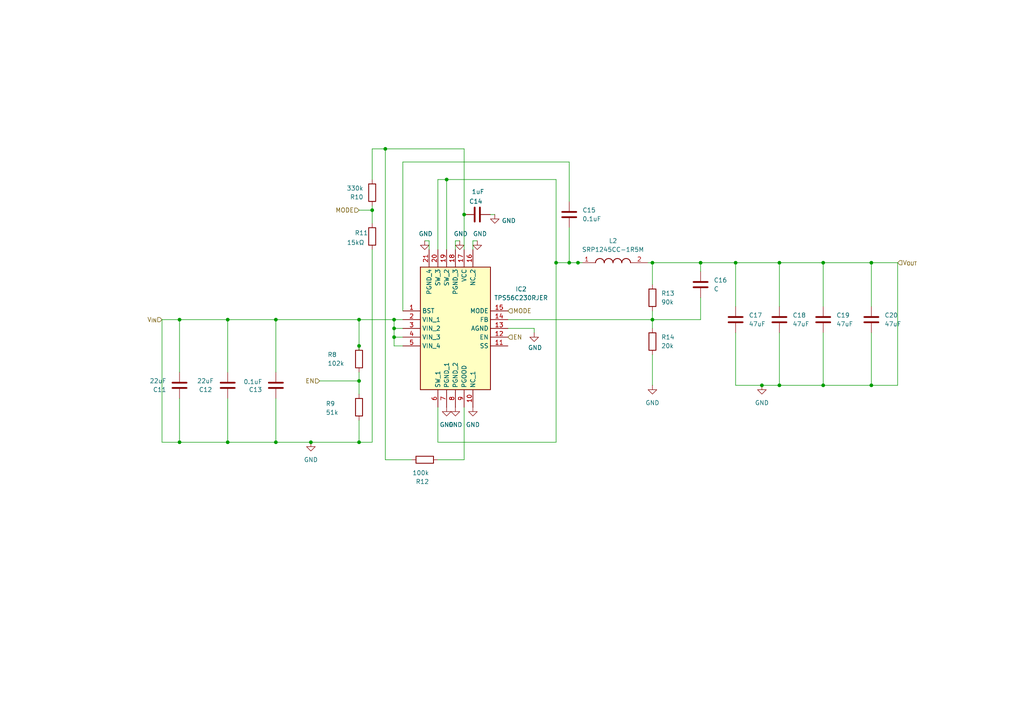
<source format=kicad_sch>
(kicad_sch (version 20240101) (generator "eeschema") (generator_version "8.99")
  (paper "A4")
  (lib_symbols
    (symbol "Device:C" (pin_numbers hide) (pin_names (offset 0.254))
      (property "Reference" "C" (at 0.635 2.54 0))
      (property "Value" "C" (at 0.635 -2.54 0))
      (symbol "C_0_1"
        (polyline (pts (xy -2.032 -0.762) (xy 2.032 -0.762)) (stroke (width 0.508)))
        (polyline (pts (xy -2.032 0.762) (xy 2.032 0.762)) (stroke (width 0.508)))
      )
      (symbol "C_1_1"
        (pin passive line (at 0 3.81 270) (length 2.794) (name "~") (number "1"))
        (pin passive line (at 0 -3.81 90) (length 2.794) (name "~") (number "2"))
      )
    )
    (symbol "Device:R" (pin_numbers hide) (pin_names (offset 0))
      (property "Reference" "R" (at 2.032 0 90))
      (property "Value" "R" (at 0 0 90))
      (symbol "R_0_1"
        (rectangle (start -1.016 -2.54) (end 1.016 2.54) (stroke (width 0.254)))
      )
      (symbol "R_1_1"
        (pin passive line (at 0 3.81 270) (length 1.27) (name "~") (number "1"))
        (pin passive line (at 0 -3.81 90) (length 1.27) (name "~") (number "2"))
      )
    )
    (symbol "SRP1245CC-1R5M:SRP1245CC-1R5M" (pin_names hide)
      (property "Reference" "L" (at 16.51 6.35 0))
      (property "Value" "SRP1245CC-1R5M" (at 16.51 3.81 0))
      (symbol "SRP1245CC-1R5M_1_1"
        (arc (start 7.62 0) (mid 6.35 1.219) (end 5.08 0) (stroke (width 0.254)))
        (arc (start 10.16 0) (mid 8.89 1.219) (end 7.62 0) (stroke (width 0.254)))
        (arc (start 12.7 0) (mid 11.43 1.219) (end 10.16 0) (stroke (width 0.254)))
        (arc (start 15.24 0) (mid 13.97 1.219) (end 12.7 0) (stroke (width 0.254)))
        (pin passive line (at 0 0 0) (length 5.08) (name "1") (number "1"))
        (pin passive line (at 20.32 0 180) (length 5.08) (name "2") (number "2"))
      )
    )
    (symbol "TPS56C230RJER:TPS56C230RJER"
      (property "Reference" "IC" (at 26.67 17.78 0))
      (property "Value" "TPS56C230RJER" (at 26.67 15.24 0))
      (symbol "TPS56C230RJER_1_1"
        (rectangle (start 5.08 12.7) (end 25.4 -22.86) (stroke (width 0.254)) (fill (type background)))
        (pin passive line (at 0 0 0) (length 5.08) (name "BST") (number "1"))
        (pin passive line (at 20.32 -27.94 90) (length 5.08) (name "NC_1") (number "10"))
        (pin passive line (at 30.48 -10.16 180) (length 5.08) (name "SS") (number "11"))
        (pin passive line (at 30.48 -7.62 180) (length 5.08) (name "EN") (number "12"))
        (pin passive line (at 30.48 -5.08 180) (length 5.08) (name "AGND") (number "13"))
        (pin passive line (at 30.48 -2.54 180) (length 5.08) (name "FB") (number "14"))
        (pin passive line (at 30.48 0 180) (length 5.08) (name "MODE") (number "15"))
        (pin passive line (at 20.32 17.78 270) (length 5.08) (name "NC_2") (number "16"))
        (pin passive line (at 17.78 17.78 270) (length 5.08) (name "VCC") (number "17"))
        (pin passive line (at 15.24 17.78 270) (length 5.08) (name "PGND_3") (number "18"))
        (pin passive line (at 12.7 17.78 270) (length 5.08) (name "SW_2") (number "19"))
        (pin passive line (at 0 -2.54 0) (length 5.08) (name "VIN_1") (number "2"))
        (pin passive line (at 10.16 17.78 270) (length 5.08) (name "SW_3") (number "20"))
        (pin passive line (at 7.62 17.78 270) (length 5.08) (name "PGND_4") (number "21"))
        (pin passive line (at 0 -5.08 0) (length 5.08) (name "VIN_2") (number "3"))
        (pin passive line (at 0 -7.62 0) (length 5.08) (name "VIN_3") (number "4"))
        (pin passive line (at 0 -10.16 0) (length 5.08) (name "VIN_4") (number "5"))
        (pin passive line (at 10.16 -27.94 90) (length 5.08) (name "SW_1") (number "6"))
        (pin passive line (at 12.7 -27.94 90) (length 5.08) (name "PGND_1") (number "7"))
        (pin passive line (at 15.24 -27.94 90) (length 5.08) (name "PGND_2") (number "8"))
        (pin passive line (at 17.78 -27.94 90) (length 5.08) (name "PGOOD") (number "9"))
      )
    )
    (symbol "power:GND" (power) (pin_numbers hide) (pin_names (offset 0) hide)
      (property "Value" "GND" (at 0 -3.81 0))
      (symbol "GND_0_1"
        (polyline (pts (xy 0 0) (xy 0 -1.27) (xy 1.27 -1.27) (xy 0 -2.54) (xy -1.27 -1.27) (xy 0 -1.27)))
      )
      (symbol "GND_1_1"
        (pin power_in line (at 0 0 270) (length 0) (name "~") (number "1"))
      )
    )
  )
  (junction (at 226.06 111.76))
  (junction (at 90.17 128.27))
  (junction (at 52.07 92.71))
  (junction (at 104.14 92.71))
  (junction (at 129.54 52.07))
  (junction (at 104.14 110.49))
  (junction (at 161.29 76.2))
  (junction (at 189.23 76.2))
  (junction (at 111.76 43.18))
  (junction (at 238.76 111.76))
  (junction (at 252.73 76.2))
  (junction (at 189.23 92.71))
  (junction (at 66.04 128.27))
  (junction (at 114.3 97.79))
  (junction (at 238.76 76.2))
  (junction (at 213.36 76.2))
  (junction (at 107.95 60.96))
  (junction (at 66.04 92.71))
  (junction (at 80.01 92.71))
  (junction (at 252.73 111.76))
  (junction (at 114.3 95.25))
  (junction (at 167.64 76.2))
  (junction (at 165.1 76.2))
  (junction (at 134.62 62.23))
  (junction (at 226.06 76.2))
  (junction (at 220.98 111.76))
  (junction (at 52.07 128.27))
  (junction (at 104.14 100.33))
  (junction (at 203.2 76.2))
  (junction (at 114.3 92.71))
  (junction (at 80.01 128.27))
  (junction (at 104.14 128.27))
  (wire (pts (xy 107.95 52.07) (xy 107.95 43.18)))
  (wire (pts (xy 213.36 76.2) (xy 226.06 76.2)))
  (wire (pts (xy 116.84 46.99) (xy 165.1 46.99)))
  (wire (pts (xy 104.14 100.33) (xy 104.14 92.71)))
  (wire (pts (xy 165.1 76.2) (xy 167.64 76.2)))
  (wire (pts (xy 114.3 92.71) (xy 114.3 95.25)))
  (wire (pts (xy 127 72.39) (xy 127 52.07)))
  (wire (pts (xy 213.36 76.2) (xy 213.36 88.9)))
  (wire (pts (xy 260.35 111.76) (xy 252.73 111.76)))
  (wire (pts (xy 189.23 92.71) (xy 203.2 92.71)))
  (wire (pts (xy 127 118.11) (xy 127 128.27)))
  (wire (pts (xy 80.01 128.27) (xy 80.01 115.57)))
  (wire (pts (xy 203.2 76.2) (xy 213.36 76.2)))
  (wire (pts (xy 46.99 128.27) (xy 52.07 128.27)))
  (wire (pts (xy 107.95 59.69) (xy 107.95 60.96)))
  (wire (pts (xy 147.32 95.25) (xy 154.94 95.25)))
  (wire (pts (xy 114.3 95.25) (xy 114.3 97.79)))
  (wire (pts (xy 127 128.27) (xy 161.29 128.27)))
  (wire (pts (xy 154.94 95.25) (xy 154.94 96.52)))
  (wire (pts (xy 46.99 92.71) (xy 46.99 128.27)))
  (wire (pts (xy 220.98 111.76) (xy 226.06 111.76)))
  (wire (pts (xy 123.19 69.85) (xy 124.46 69.85)))
  (wire (pts (xy 203.2 86.36) (xy 203.2 92.71)))
  (wire (pts (xy 111.76 43.18) (xy 134.62 43.18)))
  (wire (pts (xy 104.14 107.95) (xy 104.14 110.49)))
  (wire (pts (xy 238.76 76.2) (xy 252.73 76.2)))
  (wire (pts (xy 104.14 110.49) (xy 104.14 114.3)))
  (wire (pts (xy 114.3 95.25) (xy 116.84 95.25)))
  (wire (pts (xy 203.2 76.2) (xy 203.2 78.74)))
  (wire (pts (xy 226.06 111.76) (xy 238.76 111.76)))
  (wire (pts (xy 66.04 128.27) (xy 52.07 128.27)))
  (wire (pts (xy 187.96 76.2) (xy 189.23 76.2)))
  (wire (pts (xy 189.23 92.71) (xy 189.23 90.17)))
  (wire (pts (xy 134.62 62.23) (xy 134.62 72.39)))
  (wire (pts (xy 238.76 76.2) (xy 238.76 88.9)))
  (wire (pts (xy 66.04 128.27) (xy 80.01 128.27)))
  (wire (pts (xy 167.64 76.2) (xy 168.91 76.2)))
  (wire (pts (xy 104.14 92.71) (xy 114.3 92.71)))
  (wire (pts (xy 189.23 102.87) (xy 189.23 111.76)))
  (wire (pts (xy 66.04 128.27) (xy 66.04 115.57)))
  (wire (pts (xy 161.29 76.2) (xy 161.29 128.27)))
  (wire (pts (xy 226.06 76.2) (xy 226.06 88.9)))
  (wire (pts (xy 127 133.35) (xy 134.62 133.35)))
  (wire (pts (xy 189.23 76.2) (xy 203.2 76.2)))
  (wire (pts (xy 189.23 76.2) (xy 189.23 82.55)))
  (wire (pts (xy 107.95 72.39) (xy 107.95 128.27)))
  (wire (pts (xy 252.73 76.2) (xy 260.35 76.2)))
  (wire (pts (xy 80.01 107.95) (xy 80.01 92.71)))
  (wire (pts (xy 80.01 128.27) (xy 90.17 128.27)))
  (wire (pts (xy 213.36 96.52) (xy 213.36 111.76)))
  (wire (pts (xy 104.14 128.27) (xy 90.17 128.27)))
  (wire (pts (xy 114.3 92.71) (xy 116.84 92.71)))
  (wire (pts (xy 189.23 92.71) (xy 189.23 95.25)))
  (wire (pts (xy 114.3 100.33) (xy 116.84 100.33)))
  (wire (pts (xy 92.71 110.49) (xy 104.14 110.49)))
  (wire (pts (xy 226.06 76.2) (xy 238.76 76.2)))
  (wire (pts (xy 104.14 121.92) (xy 104.14 128.27)))
  (wire (pts (xy 132.08 69.85) (xy 132.08 72.39)))
  (wire (pts (xy 114.3 97.79) (xy 114.3 100.33)))
  (wire (pts (xy 127 52.07) (xy 129.54 52.07)))
  (wire (pts (xy 238.76 111.76) (xy 252.73 111.76)))
  (wire (pts (xy 137.16 69.85) (xy 137.16 72.39)))
  (wire (pts (xy 129.54 52.07) (xy 129.54 72.39)))
  (wire (pts (xy 147.32 92.71) (xy 189.23 92.71)))
  (wire (pts (xy 46.99 92.71) (xy 52.07 92.71)))
  (wire (pts (xy 80.01 92.71) (xy 104.14 92.71)))
  (wire (pts (xy 161.29 76.2) (xy 165.1 76.2)))
  (wire (pts (xy 111.76 133.35) (xy 119.38 133.35)))
  (wire (pts (xy 52.07 107.95) (xy 52.07 92.71)))
  (wire (pts (xy 134.62 43.18) (xy 134.62 62.23)))
  (wire (pts (xy 143.51 62.23) (xy 142.24 62.23)))
  (wire (pts (xy 104.14 60.96) (xy 107.95 60.96)))
  (wire (pts (xy 52.07 92.71) (xy 66.04 92.71)))
  (wire (pts (xy 134.62 133.35) (xy 134.62 118.11)))
  (wire (pts (xy 66.04 92.71) (xy 80.01 92.71)))
  (wire (pts (xy 116.84 46.99) (xy 116.84 90.17)))
  (wire (pts (xy 213.36 111.76) (xy 220.98 111.76)))
  (wire (pts (xy 107.95 128.27) (xy 104.14 128.27)))
  (wire (pts (xy 161.29 52.07) (xy 161.29 76.2)))
  (wire (pts (xy 114.3 97.79) (xy 116.84 97.79)))
  (wire (pts (xy 138.43 69.85) (xy 137.16 69.85)))
  (wire (pts (xy 104.14 101.6) (xy 104.14 100.33)))
  (wire (pts (xy 165.1 66.04) (xy 165.1 76.2)))
  (wire (pts (xy 165.1 46.99) (xy 165.1 58.42)))
  (wire (pts (xy 111.76 43.18) (xy 107.95 43.18)))
  (wire (pts (xy 252.73 111.76) (xy 252.73 96.52)))
  (wire (pts (xy 52.07 128.27) (xy 52.07 115.57)))
  (wire (pts (xy 260.35 76.2) (xy 260.35 111.76)))
  (wire (pts (xy 238.76 96.52) (xy 238.76 111.76)))
  (wire (pts (xy 66.04 107.95) (xy 66.04 92.71)))
  (wire (pts (xy 111.76 43.18) (xy 111.76 133.35)))
  (wire (pts (xy 107.95 60.96) (xy 107.95 64.77)))
  (wire (pts (xy 124.46 69.85) (xy 124.46 72.39)))
  (wire (pts (xy 226.06 96.52) (xy 226.06 111.76)))
  (wire (pts (xy 133.35 69.85) (xy 132.08 69.85)))
  (wire (pts (xy 129.54 52.07) (xy 161.29 52.07)))
  (wire (pts (xy 252.73 76.2) (xy 252.73 88.9)))
  (hierarchical_label "EN" (shape input) (at 92.71 110.49 180))
  (hierarchical_label "V_{OUT}" (shape input) (at 260.35 76.2 0))
  (hierarchical_label "V_{IN}" (shape input) (at 46.99 92.71 180))
  (hierarchical_label "MODE" (shape input) (at 147.32 90.17 0))
  (hierarchical_label "EN" (shape input) (at 147.32 97.79 0))
  (hierarchical_label "MODE" (shape input) (at 104.14 60.96 180))
  (symbol (lib_id "power:GND") (at 123.19 69.85 0) (unit 1)
    (property "Reference" "#PWR013" (effects (hide yes)))
    (property "Value" "GND" (at 121.412 67.818 0) (effects (justify left)))
    (property "Description" "Power symbol creates a global label with name \"GND\" , ground" (effects (hide yes)))
  )
  (symbol (lib_id "power:GND") (at 154.94 96.52 0) (unit 1)
    (property "Reference" "#PWR020" (effects (hide yes)))
    (property "Value" "GND" (at 157.226 100.838 0) (effects (justify right)))
    (property "Description" "Power symbol creates a global label with name \"GND\" , ground" (effects (hide yes)))
  )
  (symbol (lib_id "Device:C") (at 252.73 92.71 0) (unit 1)
    (property "Reference" "C20" (at 256.54 91.4399 0) (effects (justify left)))
    (property "Value" "47uF" (at 256.54 93.9799 0) (effects (justify left)))
    (property "Footprint" "Capacitor_SMD:C_0805_2012Metric" (effects (hide yes)))
    (property "Description" "Unpolarized capacitor" (effects (hide yes)))
  )
  (symbol (lib_id "power:GND") (at 143.51 62.23 0) (unit 1)
    (property "Reference" "#PWR019" (effects (hide yes)))
    (property "Value" "GND" (at 147.574 64.008 0))
    (property "Description" "Power symbol creates a global label with name \"GND\" , ground" (effects (hide yes)))
  )
  (symbol (lib_id "power:GND") (at 129.54 118.11 0) (unit 1)
    (property "Reference" "#PWR014" (effects (hide yes)))
    (property "Value" "GND" (at 129.54 123.19 0))
    (property "Description" "Power symbol creates a global label with name \"GND\" , ground" (effects (hide yes)))
  )
  (symbol (lib_id "Device:C") (at 226.06 92.71 0) (unit 1)
    (property "Reference" "C18" (at 229.87 91.4399 0) (effects (justify left)))
    (property "Value" "47uF" (at 229.87 93.9799 0) (effects (justify left)))
    (property "Footprint" "Capacitor_SMD:C_0805_2012Metric" (effects (hide yes)))
    (property "Description" "Unpolarized capacitor" (effects (hide yes)))
  )
  (symbol (lib_id "TPS56C230RJER:TPS56C230RJER") (at 116.84 90.17 0) (unit 1)
    (property "Reference" "IC2" (at 151.13 83.8514 0))
    (property "Value" "TPS56C230RJER" (at 151.13 86.3914 0))
    (property "Footprint" "QFN45P300X300X100-21N-D" (effects (hide yes)))
    (property "Datasheet" "https://www.ti.com/lit/gpn/TPS56C230" (effects (hide yes)))
    (property "Description" "Switching Voltage Regulators 4.5-V to 18-V, 12-A synchronous buck converter 20-VQFN-HR -40 to 125" (effects (hide yes)))
    (property "Height" "1" (effects (hide yes)))
    (property "Manufacturer_Name" "Texas Instruments" (effects (hide yes)))
    (property "Manufacturer_Part_Number" "TPS56C230RJER" (effects (hide yes)))
    (property "Mouser Part Number" "595-TPS56C230RJER" (effects (hide yes)))
    (property "Mouser Price/Stock" "https://www.mouser.co.uk/ProductDetail/Texas-Instruments/TPS56C230RJER?qs=B6kkDfuK7%2FDZws9l9ZFrjw%3D%3D" (effects (hide yes)))
    (property "Arrow Part Number" "TPS56C230RJER" (effects (hide yes)))
    (property "Arrow Price/Stock" "https://www.arrow.com/en/products/tps56c230rjer/texas-instruments?region=nac" (effects (hide yes)))
  )
  (symbol (lib_id "power:GND") (at 220.98 111.76 0) (unit 1)
    (property "Reference" "#PWR022" (effects (hide yes)))
    (property "Value" "GND" (at 220.98 116.84 0))
    (property "Description" "Power symbol creates a global label with name \"GND\" , ground" (effects (hide yes)))
  )
  (symbol (lib_id "Device:C") (at 203.2 82.55 0) (unit 1)
    (property "Reference" "C16" (at 207.01 81.2799 0) (effects (justify left)))
    (property "Value" "C" (at 207.01 83.8199 0) (effects (justify left)))
    (property "Footprint" "Capacitor_SMD:C_0402_1005Metric" (effects (hide yes)))
    (property "Description" "Unpolarized capacitor" (effects (hide yes)))
  )
  (symbol (lib_id "Device:C") (at 66.04 111.76 180) (unit 1)
    (property "Reference" "C12" (at 57.658 113.03 0) (effects (justify right)))
    (property "Value" "22uF" (at 57.15 110.49 0) (effects (justify right)))
    (property "Footprint" "Capacitor_SMD:C_1206_3216Metric" (effects (hide yes)))
    (property "Description" "Unpolarized capacitor" (effects (hide yes)))
  )
  (symbol (lib_id "Device:R") (at 107.95 68.58 0) (unit 1)
    (property "Reference" "R11" (at 102.87 67.564 0) (effects (justify left)))
    (property "Value" "15kΩ" (at 100.584 70.358 0) (effects (justify left)))
    (property "Footprint" "Resistor_SMD:R_0603_1608Metric" (effects (hide yes)))
    (property "Description" "Resistor" (effects (hide yes)))
  )
  (symbol (lib_id "power:GND") (at 137.16 118.11 0) (unit 1)
    (property "Reference" "#PWR017" (effects (hide yes)))
    (property "Value" "GND" (at 137.16 123.19 0))
    (property "Description" "Power symbol creates a global label with name \"GND\" , ground" (effects (hide yes)))
  )
  (symbol (lib_id "power:GND") (at 189.23 111.76 0) (unit 1)
    (property "Reference" "#PWR021" (effects (hide yes)))
    (property "Value" "GND" (at 189.23 116.84 0))
    (property "Description" "Power symbol creates a global label with name \"GND\" , ground" (effects (hide yes)))
  )
  (symbol (lib_id "Device:R") (at 104.14 118.11 0) (unit 1)
    (property "Reference" "R9" (at 94.488 117.094 0) (effects (justify left)))
    (property "Value" "51k" (at 94.488 119.634 0) (effects (justify left)))
    (property "Footprint" "Resistor_SMD:R_0603_1608Metric" (effects (hide yes)))
    (property "Description" "Resistor" (effects (hide yes)))
  )
  (symbol (lib_id "Device:R") (at 189.23 86.36 0) (unit 1)
    (property "Reference" "R13" (at 191.77 85.0899 0) (effects (justify left)))
    (property "Value" "90k" (at 191.77 87.6299 0) (effects (justify left)))
    (property "Footprint" "Resistor_SMD:R_0603_1608Metric" (effects (hide yes)))
    (property "Description" "Resistor" (effects (hide yes)))
  )
  (symbol (lib_id "Device:C") (at 213.36 92.71 0) (unit 1)
    (property "Reference" "C17" (at 217.17 91.4399 0) (effects (justify left)))
    (property "Value" "47uF" (at 217.17 93.9799 0) (effects (justify left)))
    (property "Footprint" "Capacitor_SMD:C_0805_2012Metric" (effects (hide yes)))
    (property "Description" "Unpolarized capacitor" (effects (hide yes)))
  )
  (symbol (lib_id "power:GND") (at 138.43 69.85 0) (unit 1)
    (property "Reference" "#PWR018" (effects (hide yes)))
    (property "Value" "GND" (at 137.16 67.818 0) (effects (justify left)))
    (property "Description" "Power symbol creates a global label with name \"GND\" , ground" (effects (hide yes)))
  )
  (symbol (lib_id "Device:R") (at 107.95 55.88 180) (unit 1)
    (property "Reference" "R10" (at 105.41 57.1501 0) (effects (justify left)))
    (property "Value" "330k" (at 105.41 54.6101 0) (effects (justify left)))
    (property "Footprint" "Resistor_SMD:R_0603_1608Metric" (effects (hide yes)))
    (property "Description" "Resistor" (effects (hide yes)))
  )
  (symbol (lib_id "Device:C") (at 52.07 111.76 180) (unit 1)
    (property "Reference" "C11" (at 48.26 113.0301 0) (effects (justify left)))
    (property "Value" "22uF" (at 48.26 110.4901 0) (effects (justify left)))
    (property "Footprint" "Capacitor_SMD:C_1206_3216Metric" (effects (hide yes)))
    (property "Description" "Unpolarized capacitor" (effects (hide yes)))
  )
  (symbol (lib_id "Device:R") (at 104.14 104.14 0) (unit 1)
    (property "Reference" "R8" (at 94.996 102.87 0) (effects (justify left)))
    (property "Value" "102k" (at 94.996 105.41 0) (effects (justify left)))
    (property "Footprint" "Resistor_SMD:R_0603_1608Metric" (effects (hide yes)))
    (property "Description" "Resistor" (effects (hide yes)))
  )
  (symbol (lib_id "Device:R") (at 189.23 99.06 0) (unit 1)
    (property "Reference" "R14" (at 191.77 97.7899 0) (effects (justify left)))
    (property "Value" "20k" (at 191.77 100.3299 0) (effects (justify left)))
    (property "Footprint" "Resistor_SMD:R_0603_1608Metric" (effects (hide yes)))
    (property "Description" "Resistor" (effects (hide yes)))
  )
  (symbol (lib_id "power:GND") (at 132.08 118.11 0) (unit 1)
    (property "Reference" "#PWR015" (effects (hide yes)))
    (property "Value" "GND" (at 132.08 123.19 0))
    (property "Description" "Power symbol creates a global label with name \"GND\" , ground" (effects (hide yes)))
  )
  (symbol (lib_id "SRP1245CC-1R5M:SRP1245CC-1R5M") (at 167.64 76.2 0) (unit 1)
    (property "Reference" "L2" (at 177.8 69.85 0))
    (property "Value" "SRP1245CC-1R5M" (at 177.8 72.39 0))
    (property "Footprint" "INDPM135125X500N" (effects (hide yes)))
    (property "Datasheet" "https://www.bourns.com/docs/Product-Datasheets/SRP1245CC.pdf" (effects (hide yes)))
    (property "Description" "Ind,13.5x12.5x4.8mm,1.5uH+/-20%,27A,shd" (effects (hide yes)))
    (property "Height" "5" (effects (hide yes)))
    (property "Mouser Part Number" "652-SRP1245CC-1R5M" (effects (hide yes)))
    (property "Mouser Price/Stock" "https://www.mouser.co.uk/ProductDetail/Bourns/SRP1245CC-1R5M?qs=1Kr7Jg1SGW995LB%2Fs%252BVjpg%3D%3D" (effects (hide yes)))
    (property "Manufacturer_Name" "Bourns" (effects (hide yes)))
    (property "Manufacturer_Part_Number" "SRP1245CC-1R5M" (effects (hide yes)))
  )
  (symbol (lib_id "power:GND") (at 90.17 128.27 0) (unit 1)
    (property "Reference" "#PWR012" (effects (hide yes)))
    (property "Value" "GND" (at 90.17 133.35 0))
    (property "Description" "Power symbol creates a global label with name \"GND\" , ground" (effects (hide yes)))
  )
  (symbol (lib_id "Device:R") (at 123.19 133.35 90) (unit 1)
    (property "Reference" "R12" (at 124.46 139.7 90) (effects (justify left)))
    (property "Value" "100k" (at 124.46 137.16 90) (effects (justify left)))
    (property "Footprint" "Resistor_SMD:R_0603_1608Metric" (effects (hide yes)))
    (property "Description" "Resistor" (effects (hide yes)))
  )
  (symbol (lib_id "power:GND") (at 133.35 69.85 0) (unit 1)
    (property "Reference" "#PWR016" (effects (hide yes)))
    (property "Value" "GND" (at 131.572 67.818 0) (effects (justify left)))
    (property "Description" "Power symbol creates a global label with name \"GND\" , ground" (effects (hide yes)))
  )
  (symbol (lib_id "Device:C") (at 238.76 92.71 0) (unit 1)
    (property "Reference" "C19" (at 242.57 91.4399 0) (effects (justify left)))
    (property "Value" "47uF" (at 242.57 93.9799 0) (effects (justify left)))
    (property "Footprint" "Capacitor_SMD:C_0805_2012Metric" (effects (hide yes)))
    (property "Description" "Unpolarized capacitor" (effects (hide yes)))
  )
  (symbol (lib_id "Device:C") (at 138.43 62.23 90) (unit 1)
    (property "Reference" "C14" (at 139.954 58.4201 90) (effects (justify left)))
    (property "Value" "1uF" (at 140.462 55.626 90) (effects (justify left)))
    (property "Footprint" "Capacitor_SMD:C_0603_1608Metric" (effects (hide yes)))
    (property "Description" "Unpolarized capacitor" (effects (hide yes)))
  )
  (symbol (lib_id "Device:C") (at 165.1 62.23 0) (unit 1)
    (property "Reference" "C15" (at 168.91 60.9599 0) (effects (justify left)))
    (property "Value" "0.1uF" (at 168.91 63.4999 0) (effects (justify left)))
    (property "Footprint" "Capacitor_SMD:C_0603_1608Metric" (effects (hide yes)))
    (property "Description" "Unpolarized capacitor" (effects (hide yes)))
  )
  (symbol (lib_id "Device:C") (at 80.01 111.76 180) (unit 1)
    (property "Reference" "C13" (at 72.136 113.03 0) (effects (justify right)))
    (property "Value" "0.1uF" (at 70.612 110.744 0) (effects (justify right)))
    (property "Footprint" "Capacitor_SMD:C_0603_1608Metric" (effects (hide yes)))
    (property "Description" "Unpolarized capacitor" (effects (hide yes)))
  )
)
</source>
